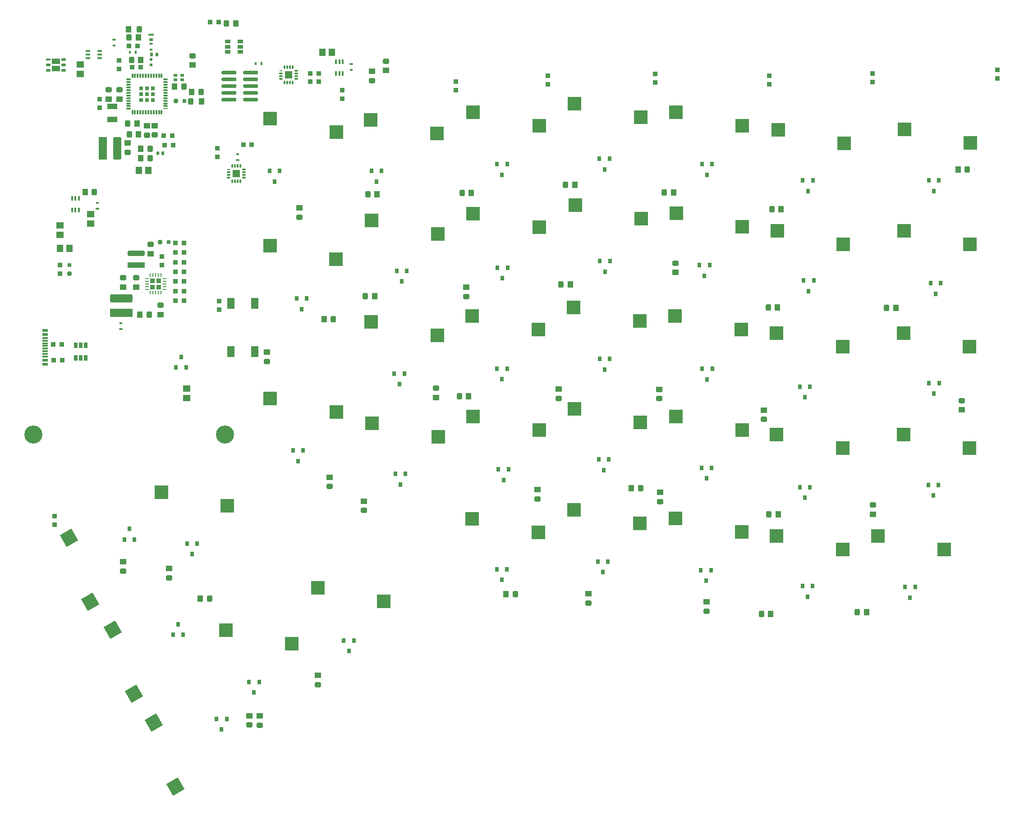
<source format=gtp>
G04*
G04 #@! TF.GenerationSoftware,Altium Limited,Altium Designer,24.10.1 (45)*
G04*
G04 Layer_Color=8421504*
%FSLAX44Y44*%
%MOMM*%
G71*
G04*
G04 #@! TF.SameCoordinates,3551A3A7-0B07-42EA-8A9A-C0D20DE36A30*
G04*
G04*
G04 #@! TF.FilePolarity,Positive*
G04*
G01*
G75*
%ADD20R,0.7620X0.7112*%
%ADD21R,1.6256X1.1176*%
%ADD22C,3.4000*%
%ADD23R,1.2000X1.0000*%
G04:AMPARAMS|DCode=24|XSize=1.2mm|YSize=1mm|CornerRadius=0.25mm|HoleSize=0mm|Usage=FLASHONLY|Rotation=180.000|XOffset=0mm|YOffset=0mm|HoleType=Round|Shape=RoundedRectangle|*
%AMROUNDEDRECTD24*
21,1,1.2000,0.5000,0,0,180.0*
21,1,0.7000,1.0000,0,0,180.0*
1,1,0.5000,-0.3500,0.2500*
1,1,0.5000,0.3500,0.2500*
1,1,0.5000,0.3500,-0.2500*
1,1,0.5000,-0.3500,-0.2500*
%
%ADD24ROUNDEDRECTD24*%
G04:AMPARAMS|DCode=25|XSize=0.26mm|YSize=0.86mm|CornerRadius=0.065mm|HoleSize=0mm|Usage=FLASHONLY|Rotation=180.000|XOffset=0mm|YOffset=0mm|HoleType=Round|Shape=RoundedRectangle|*
%AMROUNDEDRECTD25*
21,1,0.2600,0.7300,0,0,180.0*
21,1,0.1300,0.8600,0,0,180.0*
1,1,0.1300,-0.0650,0.3650*
1,1,0.1300,0.0650,0.3650*
1,1,0.1300,0.0650,-0.3650*
1,1,0.1300,-0.0650,-0.3650*
%
%ADD25ROUNDEDRECTD25*%
G04:AMPARAMS|DCode=26|XSize=0.26mm|YSize=0.86mm|CornerRadius=0.065mm|HoleSize=0mm|Usage=FLASHONLY|Rotation=270.000|XOffset=0mm|YOffset=0mm|HoleType=Round|Shape=RoundedRectangle|*
%AMROUNDEDRECTD26*
21,1,0.2600,0.7300,0,0,270.0*
21,1,0.1300,0.8600,0,0,270.0*
1,1,0.1300,-0.3650,-0.0650*
1,1,0.1300,-0.3650,0.0650*
1,1,0.1300,0.3650,0.0650*
1,1,0.1300,0.3650,-0.0650*
%
%ADD26ROUNDEDRECTD26*%
%ADD27R,0.8600X0.2600*%
%ADD28R,0.5892X0.4700*%
G04:AMPARAMS|DCode=29|XSize=0.5892mm|YSize=0.47mm|CornerRadius=0.1175mm|HoleSize=0mm|Usage=FLASHONLY|Rotation=180.000|XOffset=0mm|YOffset=0mm|HoleType=Round|Shape=RoundedRectangle|*
%AMROUNDEDRECTD29*
21,1,0.5892,0.2350,0,0,180.0*
21,1,0.3542,0.4700,0,0,180.0*
1,1,0.2350,-0.1771,0.1175*
1,1,0.2350,0.1771,0.1175*
1,1,0.2350,0.1771,-0.1175*
1,1,0.2350,-0.1771,-0.1175*
%
%ADD29ROUNDEDRECTD29*%
%ADD30R,0.5000X0.6400*%
G04:AMPARAMS|DCode=31|XSize=0.64mm|YSize=0.5mm|CornerRadius=0.125mm|HoleSize=0mm|Usage=FLASHONLY|Rotation=90.000|XOffset=0mm|YOffset=0mm|HoleType=Round|Shape=RoundedRectangle|*
%AMROUNDEDRECTD31*
21,1,0.6400,0.2500,0,0,90.0*
21,1,0.3900,0.5000,0,0,90.0*
1,1,0.2500,0.1250,0.1950*
1,1,0.2500,0.1250,-0.1950*
1,1,0.2500,-0.1250,-0.1950*
1,1,0.2500,-0.1250,0.1950*
%
%ADD31ROUNDEDRECTD31*%
%ADD32R,0.6400X0.4700*%
G04:AMPARAMS|DCode=33|XSize=1.016mm|YSize=0.3938mm|CornerRadius=0.0984mm|HoleSize=0mm|Usage=FLASHONLY|Rotation=180.000|XOffset=0mm|YOffset=0mm|HoleType=Round|Shape=RoundedRectangle|*
%AMROUNDEDRECTD33*
21,1,1.0160,0.1969,0,0,180.0*
21,1,0.8191,0.3938,0,0,180.0*
1,1,0.1969,-0.4096,0.0984*
1,1,0.1969,0.4096,0.0984*
1,1,0.1969,0.4096,-0.0984*
1,1,0.1969,-0.4096,-0.0984*
%
%ADD33ROUNDEDRECTD33*%
%ADD34R,0.9000X0.9000*%
G04:AMPARAMS|DCode=35|XSize=0.9mm|YSize=0.9mm|CornerRadius=0.225mm|HoleSize=0mm|Usage=FLASHONLY|Rotation=180.000|XOffset=0mm|YOffset=0mm|HoleType=Round|Shape=RoundedRectangle|*
%AMROUNDEDRECTD35*
21,1,0.9000,0.4500,0,0,180.0*
21,1,0.4500,0.9000,0,0,180.0*
1,1,0.4500,-0.2250,0.2250*
1,1,0.4500,0.2250,0.2250*
1,1,0.4500,0.2250,-0.2250*
1,1,0.4500,-0.2250,-0.2250*
%
%ADD35ROUNDEDRECTD35*%
G04:AMPARAMS|DCode=36|XSize=2.55mm|YSize=2.5mm|CornerRadius=0mm|HoleSize=0mm|Usage=FLASHONLY|Rotation=120.000|XOffset=0mm|YOffset=0mm|HoleType=Round|Shape=Rectangle|*
%AMROTATEDRECTD36*
4,1,4,1.7200,-0.4792,-0.4450,-1.7292,-1.7200,0.4792,0.4450,1.7292,1.7200,-0.4792,0.0*
%
%ADD36ROTATEDRECTD36*%

G04:AMPARAMS|DCode=37|XSize=0.9mm|YSize=0.9mm|CornerRadius=0.225mm|HoleSize=0mm|Usage=FLASHONLY|Rotation=270.000|XOffset=0mm|YOffset=0mm|HoleType=Round|Shape=RoundedRectangle|*
%AMROUNDEDRECTD37*
21,1,0.9000,0.4500,0,0,270.0*
21,1,0.4500,0.9000,0,0,270.0*
1,1,0.4500,-0.2250,-0.2250*
1,1,0.4500,-0.2250,0.2250*
1,1,0.4500,0.2250,0.2250*
1,1,0.4500,0.2250,-0.2250*
%
%ADD37ROUNDEDRECTD37*%
%ADD38R,0.9000X0.9000*%
%ADD39R,0.8000X0.9000*%
%ADD40R,2.5500X2.5000*%
G04:AMPARAMS|DCode=41|XSize=1.2mm|YSize=1mm|CornerRadius=0.25mm|HoleSize=0mm|Usage=FLASHONLY|Rotation=270.000|XOffset=0mm|YOffset=0mm|HoleType=Round|Shape=RoundedRectangle|*
%AMROUNDEDRECTD41*
21,1,1.2000,0.5000,0,0,270.0*
21,1,0.7000,1.0000,0,0,270.0*
1,1,0.5000,-0.2500,-0.3500*
1,1,0.5000,-0.2500,0.3500*
1,1,0.5000,0.2500,0.3500*
1,1,0.5000,0.2500,-0.3500*
%
%ADD41ROUNDEDRECTD41*%
%ADD42R,1.0000X1.2000*%
%ADD43R,1.4700X1.1600*%
%ADD44R,1.4000X2.1000*%
%ADD45R,1.1600X1.4700*%
%ADD46R,1.3700X1.3700*%
G04:AMPARAMS|DCode=47|XSize=0.6mm|YSize=0.26mm|CornerRadius=0.0325mm|HoleSize=0mm|Usage=FLASHONLY|Rotation=0.000|XOffset=0mm|YOffset=0mm|HoleType=Round|Shape=RoundedRectangle|*
%AMROUNDEDRECTD47*
21,1,0.6000,0.1950,0,0,0.0*
21,1,0.5350,0.2600,0,0,0.0*
1,1,0.0650,0.2675,-0.0975*
1,1,0.0650,-0.2675,-0.0975*
1,1,0.0650,-0.2675,0.0975*
1,1,0.0650,0.2675,0.0975*
%
%ADD47ROUNDEDRECTD47*%
%ADD48R,0.6000X0.2600*%
G04:AMPARAMS|DCode=49|XSize=0.6mm|YSize=0.26mm|CornerRadius=0.0325mm|HoleSize=0mm|Usage=FLASHONLY|Rotation=90.000|XOffset=0mm|YOffset=0mm|HoleType=Round|Shape=RoundedRectangle|*
%AMROUNDEDRECTD49*
21,1,0.6000,0.1950,0,0,90.0*
21,1,0.5350,0.2600,0,0,90.0*
1,1,0.0650,0.0975,0.2675*
1,1,0.0650,0.0975,-0.2675*
1,1,0.0650,-0.0975,-0.2675*
1,1,0.0650,-0.0975,0.2675*
%
%ADD49ROUNDEDRECTD49*%
G04:AMPARAMS|DCode=50|XSize=0.4mm|YSize=0.9mm|CornerRadius=0.1mm|HoleSize=0mm|Usage=FLASHONLY|Rotation=0.000|XOffset=0mm|YOffset=0mm|HoleType=Round|Shape=RoundedRectangle|*
%AMROUNDEDRECTD50*
21,1,0.4000,0.7000,0,0,0.0*
21,1,0.2000,0.9000,0,0,0.0*
1,1,0.2000,0.1000,-0.3500*
1,1,0.2000,-0.1000,-0.3500*
1,1,0.2000,-0.1000,0.3500*
1,1,0.2000,0.1000,0.3500*
%
%ADD50ROUNDEDRECTD50*%
%ADD51R,0.4000X0.9000*%
%ADD52R,1.0000X0.7000*%
G04:AMPARAMS|DCode=53|XSize=2.794mm|YSize=0.6604mm|CornerRadius=0.1651mm|HoleSize=0mm|Usage=FLASHONLY|Rotation=0.000|XOffset=0mm|YOffset=0mm|HoleType=Round|Shape=RoundedRectangle|*
%AMROUNDEDRECTD53*
21,1,2.7940,0.3302,0,0,0.0*
21,1,2.4638,0.6604,0,0,0.0*
1,1,0.3302,1.2319,-0.1651*
1,1,0.3302,-1.2319,-0.1651*
1,1,0.3302,-1.2319,0.1651*
1,1,0.3302,1.2319,0.1651*
%
%ADD53ROUNDEDRECTD53*%
%ADD54R,0.9000X0.4000*%
G04:AMPARAMS|DCode=55|XSize=0.4mm|YSize=0.9mm|CornerRadius=0.1mm|HoleSize=0mm|Usage=FLASHONLY|Rotation=270.000|XOffset=0mm|YOffset=0mm|HoleType=Round|Shape=RoundedRectangle|*
%AMROUNDEDRECTD55*
21,1,0.4000,0.7000,0,0,270.0*
21,1,0.2000,0.9000,0,0,270.0*
1,1,0.2000,-0.3500,-0.1000*
1,1,0.2000,-0.3500,0.1000*
1,1,0.2000,0.3500,0.1000*
1,1,0.2000,0.3500,-0.1000*
%
%ADD55ROUNDEDRECTD55*%
G04:AMPARAMS|DCode=56|XSize=1.6mm|YSize=4.3mm|CornerRadius=0.4mm|HoleSize=0mm|Usage=FLASHONLY|Rotation=0.000|XOffset=0mm|YOffset=0mm|HoleType=Round|Shape=RoundedRectangle|*
%AMROUNDEDRECTD56*
21,1,1.6000,3.5000,0,0,0.0*
21,1,0.8000,4.3000,0,0,0.0*
1,1,0.8000,0.4000,-1.7500*
1,1,0.8000,-0.4000,-1.7500*
1,1,0.8000,-0.4000,1.7500*
1,1,0.8000,0.4000,1.7500*
%
%ADD56ROUNDEDRECTD56*%
%ADD57R,1.6000X4.3000*%
G04:AMPARAMS|DCode=58|XSize=1.6mm|YSize=4.3mm|CornerRadius=0.4mm|HoleSize=0mm|Usage=FLASHONLY|Rotation=90.000|XOffset=0mm|YOffset=0mm|HoleType=Round|Shape=RoundedRectangle|*
%AMROUNDEDRECTD58*
21,1,1.6000,3.5000,0,0,90.0*
21,1,0.8000,4.3000,0,0,90.0*
1,1,0.8000,1.7500,0.4000*
1,1,0.8000,1.7500,-0.4000*
1,1,0.8000,-1.7500,-0.4000*
1,1,0.8000,-1.7500,0.4000*
%
%ADD58ROUNDEDRECTD58*%
%ADD59R,4.3000X1.6000*%
G04:AMPARAMS|DCode=60|XSize=0.45mm|YSize=0.85mm|CornerRadius=0.1125mm|HoleSize=0mm|Usage=FLASHONLY|Rotation=90.000|XOffset=0mm|YOffset=0mm|HoleType=Round|Shape=RoundedRectangle|*
%AMROUNDEDRECTD60*
21,1,0.4500,0.6250,0,0,90.0*
21,1,0.2250,0.8500,0,0,90.0*
1,1,0.2250,0.3125,0.1125*
1,1,0.2250,0.3125,-0.1125*
1,1,0.2250,-0.3125,-0.1125*
1,1,0.2250,-0.3125,0.1125*
%
%ADD60ROUNDEDRECTD60*%
%ADD61R,0.8500X0.4500*%
%ADD62R,1.9000X1.1000*%
G04:AMPARAMS|DCode=63|XSize=1mm|YSize=3.2mm|CornerRadius=0.25mm|HoleSize=0mm|Usage=FLASHONLY|Rotation=90.000|XOffset=0mm|YOffset=0mm|HoleType=Round|Shape=RoundedRectangle|*
%AMROUNDEDRECTD63*
21,1,1.0000,2.7000,0,0,90.0*
21,1,0.5000,3.2000,0,0,90.0*
1,1,0.5000,1.3500,0.2500*
1,1,0.5000,1.3500,-0.2500*
1,1,0.5000,-1.3500,-0.2500*
1,1,0.5000,-1.3500,0.2500*
%
%ADD63ROUNDEDRECTD63*%
%ADD64R,3.2000X1.0000*%
%ADD65R,0.6000X0.4000*%
G04:AMPARAMS|DCode=66|XSize=0.6mm|YSize=0.4mm|CornerRadius=0.1mm|HoleSize=0mm|Usage=FLASHONLY|Rotation=180.000|XOffset=0mm|YOffset=0mm|HoleType=Round|Shape=RoundedRectangle|*
%AMROUNDEDRECTD66*
21,1,0.6000,0.2000,0,0,180.0*
21,1,0.4000,0.4000,0,0,180.0*
1,1,0.2000,-0.2000,0.1000*
1,1,0.2000,0.2000,0.1000*
1,1,0.2000,0.2000,-0.1000*
1,1,0.2000,-0.2000,-0.1000*
%
%ADD66ROUNDEDRECTD66*%
%ADD67R,0.4000X0.6000*%
G04:AMPARAMS|DCode=68|XSize=0.6mm|YSize=0.4mm|CornerRadius=0.1mm|HoleSize=0mm|Usage=FLASHONLY|Rotation=90.000|XOffset=0mm|YOffset=0mm|HoleType=Round|Shape=RoundedRectangle|*
%AMROUNDEDRECTD68*
21,1,0.6000,0.2000,0,0,90.0*
21,1,0.4000,0.4000,0,0,90.0*
1,1,0.2000,0.1000,0.2000*
1,1,0.2000,0.1000,-0.2000*
1,1,0.2000,-0.1000,-0.2000*
1,1,0.2000,-0.1000,0.2000*
%
%ADD68ROUNDEDRECTD68*%
%ADD69R,0.6858X0.5842*%
G04:AMPARAMS|DCode=70|XSize=0.64mm|YSize=0.47mm|CornerRadius=0.1175mm|HoleSize=0mm|Usage=FLASHONLY|Rotation=270.000|XOffset=0mm|YOffset=0mm|HoleType=Round|Shape=RoundedRectangle|*
%AMROUNDEDRECTD70*
21,1,0.6400,0.2350,0,0,270.0*
21,1,0.4050,0.4700,0,0,270.0*
1,1,0.2350,-0.1175,-0.2025*
1,1,0.2350,-0.1175,0.2025*
1,1,0.2350,0.1175,0.2025*
1,1,0.2350,0.1175,-0.2025*
%
%ADD70ROUNDEDRECTD70*%
%ADD71R,0.4700X0.6400*%
G04:AMPARAMS|DCode=72|XSize=0.24mm|YSize=0.6mm|CornerRadius=0.0324mm|HoleSize=0mm|Usage=FLASHONLY|Rotation=90.000|XOffset=0mm|YOffset=0mm|HoleType=Round|Shape=RoundedRectangle|*
%AMROUNDEDRECTD72*
21,1,0.2400,0.5352,0,0,90.0*
21,1,0.1752,0.6000,0,0,90.0*
1,1,0.0648,0.2676,0.0876*
1,1,0.0648,0.2676,-0.0876*
1,1,0.0648,-0.2676,-0.0876*
1,1,0.0648,-0.2676,0.0876*
%
%ADD72ROUNDEDRECTD72*%
G04:AMPARAMS|DCode=73|XSize=0.6mm|YSize=0.24mm|CornerRadius=0.06mm|HoleSize=0mm|Usage=FLASHONLY|Rotation=90.000|XOffset=0mm|YOffset=0mm|HoleType=Round|Shape=RoundedRectangle|*
%AMROUNDEDRECTD73*
21,1,0.6000,0.1200,0,0,90.0*
21,1,0.4800,0.2400,0,0,90.0*
1,1,0.1200,0.0600,0.2400*
1,1,0.1200,0.0600,-0.2400*
1,1,0.1200,-0.0600,-0.2400*
1,1,0.1200,-0.0600,0.2400*
%
%ADD73ROUNDEDRECTD73*%
G04:AMPARAMS|DCode=74|XSize=0.6mm|YSize=0.24mm|CornerRadius=0.0324mm|HoleSize=0mm|Usage=FLASHONLY|Rotation=90.000|XOffset=0mm|YOffset=0mm|HoleType=Round|Shape=RoundedRectangle|*
%AMROUNDEDRECTD74*
21,1,0.6000,0.1752,0,0,90.0*
21,1,0.5352,0.2400,0,0,90.0*
1,1,0.0648,0.0876,0.2676*
1,1,0.0648,0.0876,-0.2676*
1,1,0.0648,-0.0876,-0.2676*
1,1,0.0648,-0.0876,0.2676*
%
%ADD74ROUNDEDRECTD74*%
G04:AMPARAMS|DCode=75|XSize=0.8mm|YSize=0.8mm|CornerRadius=0.2mm|HoleSize=0mm|Usage=FLASHONLY|Rotation=270.000|XOffset=0mm|YOffset=0mm|HoleType=Round|Shape=RoundedRectangle|*
%AMROUNDEDRECTD75*
21,1,0.8000,0.4000,0,0,270.0*
21,1,0.4000,0.8000,0,0,270.0*
1,1,0.4000,-0.2000,-0.2000*
1,1,0.4000,-0.2000,0.2000*
1,1,0.4000,0.2000,0.2000*
1,1,0.4000,0.2000,-0.2000*
%
%ADD75ROUNDEDRECTD75*%
%ADD76R,0.8000X0.8000*%
G04:AMPARAMS|DCode=77|XSize=0.8mm|YSize=0.8mm|CornerRadius=0.2mm|HoleSize=0mm|Usage=FLASHONLY|Rotation=0.000|XOffset=0mm|YOffset=0mm|HoleType=Round|Shape=RoundedRectangle|*
%AMROUNDEDRECTD77*
21,1,0.8000,0.4000,0,0,0.0*
21,1,0.4000,0.8000,0,0,0.0*
1,1,0.4000,0.2000,-0.2000*
1,1,0.4000,-0.2000,-0.2000*
1,1,0.4000,-0.2000,0.2000*
1,1,0.4000,0.2000,0.2000*
%
%ADD77ROUNDEDRECTD77*%
%ADD78R,0.8000X0.8000*%
%ADD79R,1.1400X0.6000*%
%ADD80R,1.1400X0.3000*%
%ADD81R,0.7000X1.0000*%
G36*
X274828Y405892D02*
Y397216D01*
X266152D01*
Y405892D01*
X274828D01*
D02*
G37*
G36*
Y417616D02*
Y408940D01*
X266152D01*
Y417616D01*
X274828D01*
D02*
G37*
G36*
X286552Y405892D02*
Y397216D01*
X277876D01*
Y405892D01*
X286552D01*
D02*
G37*
G36*
Y417616D02*
Y408940D01*
X277876D01*
Y417616D01*
X286552D01*
D02*
G37*
D20*
X249368Y774980D02*
D03*
X260036D02*
D03*
X270958D02*
D03*
X249114Y763804D02*
D03*
X260036D02*
D03*
X270958D02*
D03*
X249114Y752882D02*
D03*
X260036D02*
D03*
X271212D02*
D03*
D21*
X88900Y811530D02*
D03*
Y825754D02*
D03*
D22*
X46822Y124460D02*
D03*
X406822D02*
D03*
D23*
X267208Y463944D02*
D03*
X274066Y704710D02*
D03*
X484886Y279514D02*
D03*
X580898Y-328054D02*
D03*
X1088644Y-174384D02*
D03*
X1310640Y-189624D02*
D03*
X1251966Y428892D02*
D03*
X545846Y549910D02*
D03*
X993140Y20942D02*
D03*
X1417957Y170492D02*
D03*
X1622806Y-25260D02*
D03*
X1790192Y170688D02*
D03*
X471424Y-403746D02*
D03*
X451866Y-403492D02*
D03*
X239522Y401346D02*
D03*
X215392Y401206D02*
D03*
X285461Y349644D02*
D03*
X1221994Y209296D02*
D03*
X1223264Y15862D02*
D03*
X1032764Y209804D02*
D03*
X803148Y193802D02*
D03*
X667258Y-648D02*
D03*
X602742Y44424D02*
D03*
X301498Y-127140D02*
D03*
X215392Y-114694D02*
D03*
X859790Y401066D02*
D03*
X682244Y806818D02*
D03*
X708660Y808368D02*
D03*
X345694Y818528D02*
D03*
X208280Y754660D02*
D03*
X187960Y754520D02*
D03*
X260350Y704456D02*
D03*
X223266Y672198D02*
D03*
D24*
X267208Y481444D02*
D03*
X274066Y687210D02*
D03*
X484886Y262014D02*
D03*
X580898Y-345554D02*
D03*
X1088644Y-191884D02*
D03*
X1310640Y-207124D02*
D03*
X1251966Y446392D02*
D03*
X545846Y532410D02*
D03*
X993140Y3442D02*
D03*
X1417957Y152992D02*
D03*
X1622806Y-7760D02*
D03*
X1790192Y188188D02*
D03*
X471424Y-421246D02*
D03*
X451866Y-420992D02*
D03*
X239522Y418846D02*
D03*
X215392Y418706D02*
D03*
X285461Y367144D02*
D03*
X1221994Y191796D02*
D03*
X1223264Y-1638D02*
D03*
X1032764Y192304D02*
D03*
X803148Y211302D02*
D03*
X667258Y-18148D02*
D03*
X602742Y26924D02*
D03*
X301498Y-144640D02*
D03*
X215392Y-132194D02*
D03*
X859790Y383566D02*
D03*
X682244Y789318D02*
D03*
X708660Y825868D02*
D03*
X345694Y836028D02*
D03*
X208280Y772160D02*
D03*
X187960Y772020D02*
D03*
X260350Y686956D02*
D03*
X223266Y654698D02*
D03*
D25*
X287536Y729454D02*
D03*
X282536D02*
D03*
X277536D02*
D03*
X272536D02*
D03*
X267536D02*
D03*
X262536D02*
D03*
X257536D02*
D03*
X252536D02*
D03*
X247536D02*
D03*
X242536D02*
D03*
X237536D02*
D03*
X232536D02*
D03*
Y798154D02*
D03*
X237536D02*
D03*
X242536D02*
D03*
X247536D02*
D03*
X252536D02*
D03*
X257536D02*
D03*
X262536D02*
D03*
X267536D02*
D03*
X272536D02*
D03*
X277536D02*
D03*
X282536D02*
D03*
X287536D02*
D03*
D26*
X225686Y736304D02*
D03*
Y741304D02*
D03*
Y746304D02*
D03*
Y751304D02*
D03*
Y756304D02*
D03*
Y761304D02*
D03*
Y766304D02*
D03*
Y771304D02*
D03*
Y776304D02*
D03*
Y781304D02*
D03*
Y786304D02*
D03*
Y791304D02*
D03*
X294386D02*
D03*
Y786304D02*
D03*
Y781304D02*
D03*
Y776304D02*
D03*
Y771304D02*
D03*
Y766304D02*
D03*
Y761304D02*
D03*
Y756304D02*
D03*
Y751304D02*
D03*
Y746304D02*
D03*
Y741304D02*
D03*
D27*
Y736304D02*
D03*
D28*
X267970Y818976D02*
D03*
D29*
Y828976D02*
D03*
D30*
X268304Y838454D02*
D03*
D31*
X278304D02*
D03*
D32*
X267970Y865712D02*
D03*
D33*
Y875712D02*
D03*
D34*
X171196Y738506D02*
D03*
X391922Y662050D02*
D03*
X288290Y442596D02*
D03*
X395732Y358904D02*
D03*
X1856486Y793116D02*
D03*
X1622552Y786766D02*
D03*
X1428750Y782702D02*
D03*
X1214120Y785750D02*
D03*
X1012444Y782702D02*
D03*
X840232Y771272D02*
D03*
X626364Y755524D02*
D03*
X207264Y811404D02*
D03*
X96520Y442720D02*
D03*
X86360Y-45210D02*
D03*
D35*
X171196Y754506D02*
D03*
X391922Y646050D02*
D03*
X288290Y458596D02*
D03*
X395732Y374904D02*
D03*
X1856486Y809116D02*
D03*
X1622552Y802766D02*
D03*
X1428750Y798702D02*
D03*
X1214120Y801750D02*
D03*
X1012444Y798702D02*
D03*
X840232Y787272D02*
D03*
X626364Y771524D02*
D03*
X207264Y827404D02*
D03*
X96520Y426720D02*
D03*
X86360Y-29210D02*
D03*
D36*
X273084Y-416394D02*
D03*
X313047Y-536412D02*
D03*
X113707Y-69720D02*
D03*
X153670Y-189738D02*
D03*
X235458Y-362204D02*
D03*
X195495Y-242186D02*
D03*
D37*
X440818Y668782D02*
D03*
X292990Y667766D02*
D03*
X291466Y685546D02*
D03*
X313284Y375898D02*
D03*
X329284Y393974D02*
D03*
Y412050D02*
D03*
Y430127D02*
D03*
X313284Y448203D02*
D03*
X313284Y466279D02*
D03*
X329284Y484356D02*
D03*
X566802Y787146D02*
D03*
X582802Y802894D02*
D03*
X394588Y898906D02*
D03*
X232284Y814832D02*
D03*
X226046Y853988D02*
D03*
X100708Y264454D02*
D03*
X99692Y294172D02*
D03*
D38*
X456818Y668782D02*
D03*
X308990Y667766D02*
D03*
X307466Y685546D02*
D03*
X329284Y375898D02*
D03*
X313284Y393974D02*
D03*
Y412050D02*
D03*
Y430127D02*
D03*
X329284Y448203D02*
D03*
X329284Y466279D02*
D03*
X313284Y484356D02*
D03*
X582802Y787146D02*
D03*
X566802Y802894D02*
D03*
X378588Y898906D02*
D03*
X248284Y814832D02*
D03*
X242046Y853988D02*
D03*
X84708Y264454D02*
D03*
X83692Y294172D02*
D03*
D39*
X560172Y380078D02*
D03*
X541172D02*
D03*
X550672Y360078D02*
D03*
X648564Y-262288D02*
D03*
X629564D02*
D03*
X639064Y-282288D02*
D03*
X937108Y437990D02*
D03*
X918108D02*
D03*
X927608Y417990D02*
D03*
X1309624Y-150208D02*
D03*
X1300124Y-130208D02*
D03*
X1319124D02*
D03*
X1316330Y442562D02*
D03*
X1297330D02*
D03*
X1306830Y422562D02*
D03*
X1505052Y214470D02*
D03*
X1486052D02*
D03*
X1495552Y194470D02*
D03*
X1510132Y-160434D02*
D03*
X1491132D02*
D03*
X1500632Y-180434D02*
D03*
X1692910Y-181704D02*
D03*
X1683410Y-161704D02*
D03*
X1702410D02*
D03*
X1746352Y29812D02*
D03*
X1727352D02*
D03*
X1736852Y9812D02*
D03*
X1737868Y201328D02*
D03*
X1728368Y221328D02*
D03*
X1747368D02*
D03*
X1750162Y408526D02*
D03*
X1731162D02*
D03*
X1740662Y388526D02*
D03*
X1737614Y581820D02*
D03*
X1728114Y601820D02*
D03*
X1747114D02*
D03*
X1510398Y601700D02*
D03*
X1491398D02*
D03*
X1500898Y581700D02*
D03*
X1311414Y612180D02*
D03*
X1301914Y632180D02*
D03*
X1320914D02*
D03*
X1128636Y642594D02*
D03*
X1109636D02*
D03*
X1119136Y622594D02*
D03*
X926604Y612180D02*
D03*
X917104Y632180D02*
D03*
X936104D02*
D03*
X700634Y619346D02*
D03*
X681634D02*
D03*
X691134Y599346D02*
D03*
X926338Y-148430D02*
D03*
X916838Y-128430D02*
D03*
X935838D02*
D03*
X1125322Y-114206D02*
D03*
X1106322D02*
D03*
X1115822Y-134206D02*
D03*
X1117854Y57564D02*
D03*
X1108354Y77564D02*
D03*
X1127354D02*
D03*
X1495298Y5748D02*
D03*
X1485798Y25748D02*
D03*
X1504798D02*
D03*
X461010Y-360012D02*
D03*
X451510Y-340012D02*
D03*
X470510D02*
D03*
X926604Y228386D02*
D03*
X917104Y248386D02*
D03*
X936104D02*
D03*
X1128890Y266420D02*
D03*
X1109890D02*
D03*
X1119390Y246420D02*
D03*
X1311910Y227744D02*
D03*
X1302410Y247744D02*
D03*
X1321410D02*
D03*
X1320140Y62070D02*
D03*
X1301140D02*
D03*
X1310640Y42070D02*
D03*
X735838Y30386D02*
D03*
X726338Y50386D02*
D03*
X745338D02*
D03*
X553212Y94488D02*
D03*
X534212D02*
D03*
X543712Y74488D02*
D03*
X318516Y-231808D02*
D03*
X328016Y-251808D02*
D03*
X309016D02*
D03*
X1502422Y393994D02*
D03*
X1492922Y413994D02*
D03*
X1511922D02*
D03*
X929386Y39022D02*
D03*
X919886Y59022D02*
D03*
X938886D02*
D03*
X733806Y218854D02*
D03*
X724306Y238854D02*
D03*
X743306D02*
D03*
X354432Y-80170D02*
D03*
X335432D02*
D03*
X344932Y-100170D02*
D03*
X1129386Y450182D02*
D03*
X1110386D02*
D03*
X1119886Y430182D02*
D03*
X748132Y431894D02*
D03*
X729132D02*
D03*
X738632Y411894D02*
D03*
X509118Y619346D02*
D03*
X490118D02*
D03*
X499618Y599346D02*
D03*
X400050Y-429608D02*
D03*
X390550Y-409608D02*
D03*
X409550D02*
D03*
X226822Y-52484D02*
D03*
X236322Y-72484D02*
D03*
X217322D02*
D03*
X314604Y250350D02*
D03*
X333604D02*
D03*
X324104Y270350D02*
D03*
D40*
X615426Y167132D02*
D03*
X491506Y192532D02*
D03*
X410956Y-9398D02*
D03*
X287036Y16002D02*
D03*
X532084Y-268496D02*
D03*
X408163Y-243096D02*
D03*
X704580Y-188722D02*
D03*
X580660Y-163322D02*
D03*
X994624Y-59426D02*
D03*
X870704Y-34026D02*
D03*
X1185656Y-42672D02*
D03*
X1061736Y-17272D02*
D03*
X1376410Y-58674D02*
D03*
X1252490Y-33274D02*
D03*
X1804254Y99325D02*
D03*
X1680334Y124725D02*
D03*
X1805416Y481330D02*
D03*
X1681496Y506730D02*
D03*
X1806178Y672338D02*
D03*
X1682258Y697738D02*
D03*
X1569196Y671068D02*
D03*
X1445276Y696468D02*
D03*
X1377424Y704315D02*
D03*
X1253503Y729715D02*
D03*
X1186926Y720344D02*
D03*
X1063006Y745744D02*
D03*
X996426Y704088D02*
D03*
X872506Y729488D02*
D03*
X804122Y689854D02*
D03*
X680202Y715254D02*
D03*
X615172Y453390D02*
D03*
X491252Y478790D02*
D03*
X1632709Y-65777D02*
D03*
X1756629Y-91177D02*
D03*
X1442208Y-65777D02*
D03*
X1566128Y-91177D02*
D03*
X1442208Y124725D02*
D03*
X1566128Y99325D02*
D03*
X1253503Y158211D02*
D03*
X1377424Y132811D02*
D03*
X1062498Y172720D02*
D03*
X1186418Y147320D02*
D03*
X872500Y158211D02*
D03*
X996420Y132811D02*
D03*
X682768Y145796D02*
D03*
X806688Y120396D02*
D03*
X1680334Y315226D02*
D03*
X1804254Y289826D02*
D03*
X1442208Y315226D02*
D03*
X1566128Y289826D02*
D03*
X1251707Y346977D02*
D03*
X1375627Y321577D02*
D03*
X1061205Y362953D02*
D03*
X1185125Y337553D02*
D03*
X870704Y346977D02*
D03*
X994624Y321577D02*
D03*
X680990Y335788D02*
D03*
X804910Y310388D02*
D03*
X1443498Y506730D02*
D03*
X1567418Y481330D02*
D03*
X1253760Y539750D02*
D03*
X1377680Y514350D02*
D03*
X1064022Y554990D02*
D03*
X1187942Y529590D02*
D03*
X872501Y539213D02*
D03*
X996421Y513813D02*
D03*
X681999Y526513D02*
D03*
X805919Y501113D02*
D03*
X491506Y718058D02*
D03*
X615426Y692658D02*
D03*
D41*
X1433290Y548005D02*
D03*
X1231278Y579120D02*
D03*
X1045798Y593543D02*
D03*
X851504Y578481D02*
D03*
X674510Y575564D02*
D03*
X1413650Y-212344D02*
D03*
X1593482Y-209550D02*
D03*
X951598Y-175514D02*
D03*
X1427620Y-25400D02*
D03*
X226708Y688594D02*
D03*
X361302Y767588D02*
D03*
X329044Y777748D02*
D03*
X263994Y349736D02*
D03*
X1187196Y23622D02*
D03*
X846468Y196596D02*
D03*
X377558Y-183896D02*
D03*
X609854Y341122D02*
D03*
X669938Y384556D02*
D03*
X1037222Y406654D02*
D03*
X1426350Y363474D02*
D03*
X1648600Y361950D02*
D03*
X1800466Y622046D02*
D03*
X409394Y896486D02*
D03*
X231026Y828040D02*
D03*
X226454Y870712D02*
D03*
X265544Y643128D02*
D03*
Y661416D02*
D03*
X223914Y708406D02*
D03*
X161240Y579982D02*
D03*
X342298Y750062D02*
D03*
X245458Y885952D02*
D03*
D42*
X1450790Y548005D02*
D03*
X1248778Y579120D02*
D03*
X1063298Y593543D02*
D03*
X869004Y578481D02*
D03*
X692010Y575564D02*
D03*
X1431150Y-212344D02*
D03*
X1610982Y-209550D02*
D03*
X934098Y-175514D02*
D03*
X1445120Y-25400D02*
D03*
X244208Y688594D02*
D03*
X343802Y767588D02*
D03*
X311544Y777748D02*
D03*
X246494Y349736D02*
D03*
X1169696Y23622D02*
D03*
X863968Y196596D02*
D03*
X360058Y-183896D02*
D03*
X592354Y341122D02*
D03*
X687438Y384556D02*
D03*
X1054722Y406654D02*
D03*
X1443850Y363474D02*
D03*
X1666100Y361950D02*
D03*
X1782966Y622046D02*
D03*
X426894Y896486D02*
D03*
X248526Y828040D02*
D03*
X243954Y870712D02*
D03*
X248044Y643128D02*
D03*
Y661416D02*
D03*
X241414Y708406D02*
D03*
X143740Y579982D02*
D03*
X362298Y750062D02*
D03*
X225458Y885952D02*
D03*
D43*
X334264Y192876D02*
D03*
Y210476D02*
D03*
X134366Y801550D02*
D03*
Y819150D02*
D03*
X96520Y516890D02*
D03*
Y499290D02*
D03*
X154432Y521044D02*
D03*
Y538644D02*
D03*
D44*
X417682Y371128D02*
D03*
Y280128D02*
D03*
X462682D02*
D03*
Y371128D02*
D03*
D45*
X589370Y842518D02*
D03*
X606970D02*
D03*
X262196Y620934D02*
D03*
X244596D02*
D03*
X114300Y473710D02*
D03*
X96700D02*
D03*
D46*
X525780Y800100D02*
D03*
X427482Y614680D02*
D03*
D47*
X540130Y807600D02*
D03*
Y802600D02*
D03*
Y797600D02*
D03*
Y792600D02*
D03*
X511430D02*
D03*
Y797600D02*
D03*
Y802600D02*
D03*
X413132Y617180D02*
D03*
Y612180D02*
D03*
Y607180D02*
D03*
X441832D02*
D03*
Y612180D02*
D03*
Y617180D02*
D03*
Y622180D02*
D03*
D48*
X511430Y807600D02*
D03*
X413132Y622180D02*
D03*
D49*
X518280Y814450D02*
D03*
X523280D02*
D03*
X528280D02*
D03*
X533280D02*
D03*
Y785750D02*
D03*
X528280D02*
D03*
X523280D02*
D03*
X518280D02*
D03*
X419982Y600330D02*
D03*
X424982D02*
D03*
X429982D02*
D03*
X434982D02*
D03*
Y629030D02*
D03*
X429982D02*
D03*
X424982D02*
D03*
X419982D02*
D03*
D50*
X132230Y546276D02*
D03*
X125730D02*
D03*
X119230D02*
D03*
Y568276D02*
D03*
X125730D02*
D03*
X621284Y802816D02*
D03*
X627784D02*
D03*
Y824816D02*
D03*
X621284D02*
D03*
X614784D02*
D03*
D51*
X132230Y568276D02*
D03*
X614784Y802816D02*
D03*
D52*
X411480Y862432D02*
D03*
Y852932D02*
D03*
Y843432D02*
D03*
X435105D02*
D03*
Y852932D02*
D03*
Y862432D02*
D03*
D53*
X454914Y753364D02*
D03*
X414274D02*
D03*
X454914Y766064D02*
D03*
X414274D02*
D03*
X454914Y778764D02*
D03*
X414274D02*
D03*
X454914Y791464D02*
D03*
X414274D02*
D03*
X454914Y804164D02*
D03*
X414274D02*
D03*
D54*
X170766Y831700D02*
D03*
D55*
Y838200D02*
D03*
Y844700D02*
D03*
X148766D02*
D03*
Y838200D02*
D03*
Y831700D02*
D03*
D56*
X204292Y662178D02*
D03*
D57*
X177292D02*
D03*
D58*
X211582Y379806D02*
D03*
D59*
Y352806D02*
D03*
D60*
X103400Y808642D02*
D03*
Y818642D02*
D03*
X74400Y808642D02*
D03*
Y818642D02*
D03*
X103400Y828642D02*
D03*
D61*
X74400D02*
D03*
D62*
X194818Y716226D02*
D03*
Y741226D02*
D03*
D63*
X240030Y464566D02*
D03*
D64*
Y442566D02*
D03*
D65*
X267970Y847686D02*
D03*
X197866Y854710D02*
D03*
X430276Y651080D02*
D03*
X211328Y333414D02*
D03*
X643636Y809332D02*
D03*
X166624Y559220D02*
D03*
D66*
X267970Y858686D02*
D03*
X197866Y865710D02*
D03*
X430276Y640080D02*
D03*
X211328Y322414D02*
D03*
X643636Y820332D02*
D03*
X166624Y548220D02*
D03*
D67*
X464400Y821182D02*
D03*
X227672Y842772D02*
D03*
D68*
X475400Y821182D02*
D03*
X238672Y842772D02*
D03*
D69*
X326161Y790448D02*
D03*
X313411D02*
D03*
Y799084D02*
D03*
X326161D02*
D03*
D70*
X279988Y652780D02*
D03*
D71*
X289988D02*
D03*
D72*
X292852Y397416D02*
D03*
Y402416D02*
D03*
Y407416D02*
D03*
Y412416D02*
D03*
Y417416D02*
D03*
X259852D02*
D03*
Y412416D02*
D03*
Y407416D02*
D03*
Y402416D02*
D03*
Y397416D02*
D03*
D73*
X266352Y390916D02*
D03*
D74*
X271352D02*
D03*
X276352D02*
D03*
X281352D02*
D03*
X286352D02*
D03*
Y423916D02*
D03*
X281352D02*
D03*
X276352D02*
D03*
X271352D02*
D03*
X266352D02*
D03*
D75*
X314072Y750824D02*
D03*
X284862Y485648D02*
D03*
D76*
X330072Y750824D02*
D03*
X300862Y485648D02*
D03*
D77*
X114554Y426594D02*
D03*
D78*
Y442594D02*
D03*
D79*
X68834Y256330D02*
D03*
Y264330D02*
D03*
Y312330D02*
D03*
Y320330D02*
D03*
D80*
Y270830D02*
D03*
Y275830D02*
D03*
Y280830D02*
D03*
Y285830D02*
D03*
Y305830D02*
D03*
Y300830D02*
D03*
Y295830D02*
D03*
Y290830D02*
D03*
D81*
X125880Y268577D02*
D03*
X135380D02*
D03*
X144880D02*
D03*
Y292202D02*
D03*
X135380D02*
D03*
X125880D02*
D03*
M02*

</source>
